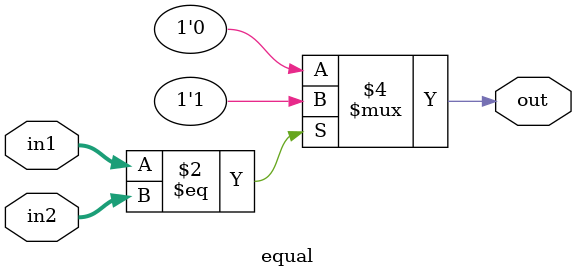
<source format=v>
/*
 * Copyright (c) 2006, Peter M. Chen.  All rights reserved.  This software is
 * supplied as is without expressed or implied warranties of any kind.
 */
module equal(
    input wire [15:0] in1,
    input wire [15:0] in2,
    output reg out);

    always @* begin
        if (in1 == in2) begin
            out = 1'b1;
        end else begin
            out = 1'b0;
        end
    end

endmodule

</source>
